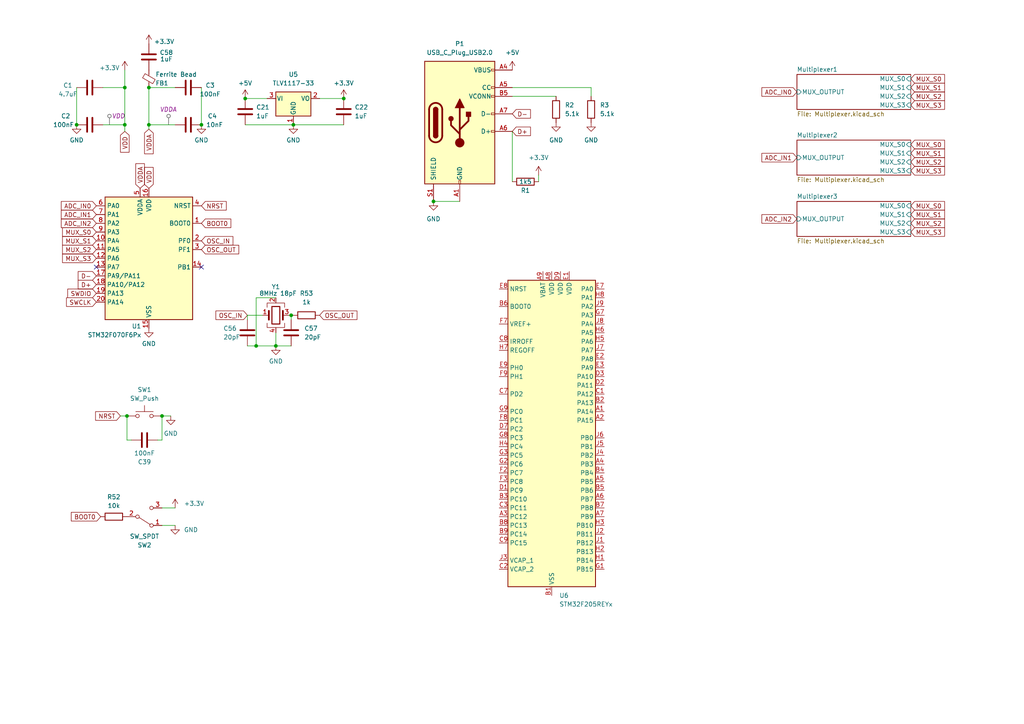
<source format=kicad_sch>
(kicad_sch (version 20230121) (generator eeschema)
  (paper "A4")
  (lib_symbols
    (symbol "Connector:USB_C_Plug_USB2.0" (pin_names (offset 1.016))
      (property "Reference" "P" (at -10.16 19.05 0))
      (property "Value" "USB_C_Plug_USB2.0" (at 12.7 19.05 0))
      (symbol "USB_C_Plug_USB2.0_0_0"
        (rectangle (start -0.254 -17.78) (end 0.254 -16.764))
        (rectangle (start 10.16 -2.286) (end 9.144 -2.794))
        (rectangle (start 10.16 2.794) (end 9.144 2.286))
        (rectangle (start 10.16 7.874) (end 9.144 7.366))
        (rectangle (start 10.16 10.414) (end 9.144 9.906))
        (rectangle (start 10.16 15.494) (end 9.144 14.986))
      )
      (symbol "USB_C_Plug_USB2.0_0_1"
        (rectangle (start -10.16 17.78) (end 10.16 -17.78) (stroke (width 0.254)) (fill (type background)))
        (arc (start -8.89 -3.81) (mid -6.985 -5.7067) (end -5.08 -3.81) (stroke (width 0.508)))
        (arc (start -7.62 -3.81) (mid -6.985 -4.4423) (end -6.35 -3.81) (stroke (width 0.254)))
        (arc (start -7.62 -3.81) (mid -6.985 -4.4423) (end -6.35 -3.81) (stroke (width 0.254)) (fill (type outline)))
        (rectangle (start -7.62 -3.81) (end -6.35 3.81) (stroke (width 0.254)) (fill (type outline)))
        (arc (start -6.35 3.81) (mid -6.985 4.4423) (end -7.62 3.81) (stroke (width 0.254)))
        (arc (start -6.35 3.81) (mid -6.985 4.4423) (end -7.62 3.81) (stroke (width 0.254)) (fill (type outline)))
        (arc (start -5.08 3.81) (mid -6.985 5.7067) (end -8.89 3.81) (stroke (width 0.508)))
        (circle (center -2.54 1.143) (radius 0.635) (stroke (width 0.254)) (fill (type outline)))
        (circle (center 0 -5.842) (radius 1.27) (fill (type outline)))
        (polyline (pts (xy -8.89 -3.81) (xy -8.89 3.81)) (stroke (width 0.508)))
        (polyline (pts (xy -5.08 3.81) (xy -5.08 -3.81)) (stroke (width 0.508)))
        (polyline (pts (xy 0 -5.842) (xy 0 4.318)) (stroke (width 0.508)))
        (polyline (pts (xy 0 -3.302) (xy -2.54 -0.762) (xy -2.54 0.508)) (stroke (width 0.508)))
        (polyline (pts (xy 0 -2.032) (xy 2.54 0.508) (xy 2.54 1.778)) (stroke (width 0.508)))
        (polyline (pts (xy -1.27 4.318) (xy 0 6.858) (xy 1.27 4.318) (xy -1.27 4.318)) (stroke (width 0.254)) (fill (type outline)))
        (rectangle (start 1.905 1.778) (end 3.175 3.048) (stroke (width 0.254)) (fill (type outline)))
      )
      (symbol "USB_C_Plug_USB2.0_1_1"
        (pin passive line (at 0 -22.86 90) (length 5.08) (name "GND") (number "A1"))
        (pin passive line (at 0 -22.86 90) (length 5.08) hide (name "GND") (number "A12"))
        (pin passive line (at 15.24 15.24 180) (length 5.08) (name "VBUS") (number "A4"))
        (pin bidirectional line (at 15.24 10.16 180) (length 5.08) (name "CC") (number "A5"))
        (pin bidirectional line (at 15.24 -2.54 180) (length 5.08) (name "D+") (number "A6"))
        (pin bidirectional line (at 15.24 2.54 180) (length 5.08) (name "D-") (number "A7"))
        (pin passive line (at 15.24 15.24 180) (length 5.08) hide (name "VBUS") (number "A9"))
        (pin passive line (at 0 -22.86 90) (length 5.08) hide (name "GND") (number "B1"))
        (pin passive line (at 0 -22.86 90) (length 5.08) hide (name "GND") (number "B12"))
        (pin passive line (at 15.24 15.24 180) (length 5.08) hide (name "VBUS") (number "B4"))
        (pin bidirectional line (at 15.24 7.62 180) (length 5.08) (name "VCONN") (number "B5"))
        (pin passive line (at 15.24 15.24 180) (length 5.08) hide (name "VBUS") (number "B9"))
        (pin passive line (at -7.62 -22.86 90) (length 5.08) (name "SHIELD") (number "S1"))
      )
    )
    (symbol "Device:C" (pin_numbers hide) (pin_names (offset 0.254))
      (property "Reference" "C" (at 0.635 2.54 0))
      (property "Value" "C" (at 0.635 -2.54 0))
      (symbol "C_0_1"
        (polyline (pts (xy -2.032 -0.762) (xy 2.032 -0.762)) (stroke (width 0.508)))
        (polyline (pts (xy -2.032 0.762) (xy 2.032 0.762)) (stroke (width 0.508)))
      )
      (symbol "C_1_1"
        (pin passive line (at 0 3.81 270) (length 2.794) (name "~") (number "1"))
        (pin passive line (at 0 -3.81 90) (length 2.794) (name "~") (number "2"))
      )
    )
    (symbol "Device:Crystal_GND24" (pin_names (offset 1.016) hide)
      (property "Reference" "Y" (at 3.175 5.08 0))
      (property "Value" "Crystal_GND24" (at 3.175 3.175 0))
      (symbol "Crystal_GND24_0_1"
        (rectangle (start -1.143 2.54) (end 1.143 -2.54) (stroke (width 0.3048)))
        (polyline (pts (xy -2.54 0) (xy -2.032 0)))
        (polyline (pts (xy -2.032 -1.27) (xy -2.032 1.27)) (stroke (width 0.508)))
        (polyline (pts (xy 0 -3.81) (xy 0 -3.556)))
        (polyline (pts (xy 0 3.556) (xy 0 3.81)))
        (polyline (pts (xy 2.032 -1.27) (xy 2.032 1.27)) (stroke (width 0.508)))
        (polyline (pts (xy 2.032 0) (xy 2.54 0)))
        (polyline (pts (xy -2.54 -2.286) (xy -2.54 -3.556) (xy 2.54 -3.556) (xy 2.54 -2.286)))
        (polyline (pts (xy -2.54 2.286) (xy -2.54 3.556) (xy 2.54 3.556) (xy 2.54 2.286)))
      )
      (symbol "Crystal_GND24_1_1"
        (pin passive line (at -3.81 0 0) (length 1.27) (name "1") (number "1"))
        (pin passive line (at 0 5.08 270) (length 1.27) (name "2") (number "2"))
        (pin passive line (at 3.81 0 180) (length 1.27) (name "3") (number "3"))
        (pin passive line (at 0 -5.08 90) (length 1.27) (name "4") (number "4"))
      )
    )
    (symbol "Device:FerriteBead_Small" (pin_numbers hide) (pin_names (offset 0))
      (property "Reference" "FB" (at 1.905 1.27 0))
      (property "Value" "FerriteBead_Small" (at 1.905 -1.27 0))
      (symbol "FerriteBead_Small_0_1"
        (polyline (pts (xy 0 -1.27) (xy 0 -0.7874)))
        (polyline (pts (xy 0 0.889) (xy 0 1.2954)))
        (polyline (pts (xy -1.8288 0.2794) (xy -1.1176 1.4986) (xy 1.8288 -0.2032) (xy 1.1176 -1.4224) (xy -1.8288 0.2794)))
      )
      (symbol "FerriteBead_Small_1_1"
        (pin passive line (at 0 2.54 270) (length 1.27) (name "~") (number "1"))
        (pin passive line (at 0 -2.54 90) (length 1.27) (name "~") (number "2"))
      )
    )
    (symbol "Device:R" (pin_numbers hide) (pin_names (offset 0))
      (property "Reference" "R" (at 2.032 0 90))
      (property "Value" "R" (at 0 0 90))
      (symbol "R_0_1"
        (rectangle (start -1.016 -2.54) (end 1.016 2.54) (stroke (width 0.254)))
      )
      (symbol "R_1_1"
        (pin passive line (at 0 3.81 270) (length 1.27) (name "~") (number "1"))
        (pin passive line (at 0 -3.81 90) (length 1.27) (name "~") (number "2"))
      )
    )
    (symbol "MCU_ST_STM32F0:STM32F070F6Px"
      (property "Reference" "U" (at -12.7 19.05 0))
      (property "Value" "STM32F070F6Px" (at 5.08 19.05 0))
      (symbol "STM32F070F6Px_0_1"
        (rectangle (start -12.7 -17.78) (end 12.7 17.78) (stroke (width 0.254)) (fill (type background)))
      )
      (symbol "STM32F070F6Px_1_1"
        (pin input line (at -15.24 10.16 0) (length 2.54) (name "BOOT0") (number "1"))
        (pin bidirectional line (at 15.24 5.08 180) (length 2.54) (name "PA4") (number "10"))
        (pin bidirectional line (at 15.24 2.54 180) (length 2.54) (name "PA5") (number "11"))
        (pin bidirectional line (at 15.24 0 180) (length 2.54) (name "PA6") (number "12"))
        (pin bidirectional line (at 15.24 -2.54 180) (length 2.54) (name "PA7") (number "13"))
        (pin bidirectional line (at -15.24 -2.54 0) (length 2.54) (name "PB1") (number "14"))
        (pin power_in line (at 0 -20.32 90) (length 2.54) (name "VSS") (number "15"))
        (pin power_in line (at 0 20.32 270) (length 2.54) (name "VDD") (number "16"))
        (pin bidirectional line (at 15.24 -5.08 180) (length 2.54) (name "PA9/PA11") (number "17"))
        (pin bidirectional line (at 15.24 -7.62 180) (length 2.54) (name "PA10/PA12") (number "18"))
        (pin bidirectional line (at 15.24 -10.16 180) (length 2.54) (name "PA13") (number "19"))
        (pin bidirectional line (at -15.24 5.08 0) (length 2.54) (name "PF0") (number "2"))
        (pin bidirectional line (at 15.24 -12.7 180) (length 2.54) (name "PA14") (number "20"))
        (pin bidirectional line (at -15.24 2.54 0) (length 2.54) (name "PF1") (number "3"))
        (pin input line (at -15.24 15.24 0) (length 2.54) (name "NRST") (number "4"))
        (pin power_in line (at 2.54 20.32 270) (length 2.54) (name "VDDA") (number "5"))
        (pin bidirectional line (at 15.24 15.24 180) (length 2.54) (name "PA0") (number "6"))
        (pin bidirectional line (at 15.24 12.7 180) (length 2.54) (name "PA1") (number "7"))
        (pin bidirectional line (at 15.24 10.16 180) (length 2.54) (name "PA2") (number "8"))
        (pin bidirectional line (at 15.24 7.62 180) (length 2.54) (name "PA3") (number "9"))
      )
    )
    (symbol "MCU_ST_STM32F2:STM32F205REYx"
      (property "Reference" "U" (at -12.7 46.99 0))
      (property "Value" "STM32F205REYx" (at 7.62 46.99 0))
      (symbol "STM32F205REYx_0_1"
        (rectangle (start -12.7 -43.18) (end 12.7 45.72) (stroke (width 0.254)) (fill (type background)))
      )
      (symbol "STM32F205REYx_1_1"
        (pin bidirectional line (at 15.24 7.62 180) (length 2.54) (name "PA14") (number "A1"))
        (pin bidirectional line (at 15.24 5.08 180) (length 2.54) (name "PA15") (number "A2"))
        (pin bidirectional line (at -15.24 -22.86 0) (length 2.54) (name "PC12") (number "A3"))
        (pin bidirectional line (at 15.24 -7.62 180) (length 2.54) (name "PB3") (number "A4"))
        (pin bidirectional line (at 15.24 -12.7 180) (length 2.54) (name "PB5") (number "A5"))
        (pin bidirectional line (at 15.24 -17.78 180) (length 2.54) (name "PB7") (number "A6"))
        (pin bidirectional line (at 15.24 -22.86 180) (length 2.54) (name "PB9") (number "A7"))
        (pin power_in line (at 0 48.26 270) (length 2.54) (name "VDD") (number "A8"))
        (pin power_in line (at -2.54 48.26 270) (length 2.54) (name "VBAT") (number "A9"))
        (pin power_in line (at 0 -45.72 90) (length 2.54) (name "VSS") (number "B1"))
        (pin bidirectional line (at 15.24 10.16 180) (length 2.54) (name "PA13") (number "B2"))
        (pin bidirectional line (at -15.24 -17.78 0) (length 2.54) (name "PC10") (number "B3"))
        (pin bidirectional line (at 15.24 -10.16 180) (length 2.54) (name "PB4") (number "B4"))
        (pin bidirectional line (at 15.24 -15.24 180) (length 2.54) (name "PB6") (number "B5"))
        (pin input line (at -15.24 38.1 0) (length 2.54) (name "BOOT0") (number "B6"))
        (pin bidirectional line (at 15.24 -20.32 180) (length 2.54) (name "PB8") (number "B7"))
        (pin bidirectional line (at -15.24 -25.4 0) (length 2.54) (name "PC13") (number "B8"))
        (pin bidirectional line (at -15.24 -27.94 0) (length 2.54) (name "PC14") (number "B9"))
        (pin bidirectional line (at 15.24 12.7 180) (length 2.54) (name "PA12") (number "C1"))
        (pin power_out line (at -15.24 -38.1 0) (length 2.54) (name "VCAP_2") (number "C2"))
        (pin bidirectional line (at -15.24 -20.32 0) (length 2.54) (name "PC11") (number "C3"))
        (pin bidirectional line (at -15.24 12.7 0) (length 2.54) (name "PD2") (number "C7"))
        (pin input line (at -15.24 27.94 0) (length 2.54) (name "IRROFF") (number "C8"))
        (pin bidirectional line (at -15.24 -30.48 0) (length 2.54) (name "PC15") (number "C9"))
        (pin bidirectional line (at -15.24 -15.24 0) (length 2.54) (name "PC9") (number "D1"))
        (pin bidirectional line (at 15.24 15.24 180) (length 2.54) (name "PA11") (number "D2"))
        (pin bidirectional line (at 15.24 17.78 180) (length 2.54) (name "PA10") (number "D3"))
        (pin bidirectional line (at -15.24 2.54 0) (length 2.54) (name "PC2") (number "D7"))
        (pin passive line (at 0 -45.72 90) (length 2.54) hide (name "VSS") (number "D8"))
        (pin power_in line (at 2.54 48.26 270) (length 2.54) (name "VDD") (number "D9"))
        (pin power_in line (at 5.08 48.26 270) (length 2.54) (name "VDD") (number "E1"))
        (pin bidirectional line (at 15.24 22.86 180) (length 2.54) (name "PA8") (number "E2"))
        (pin bidirectional line (at 15.24 20.32 180) (length 2.54) (name "PA9") (number "E3"))
        (pin bidirectional line (at 15.24 43.18 180) (length 2.54) (name "PA0") (number "E7"))
        (pin input line (at -15.24 43.18 0) (length 2.54) (name "NRST") (number "E8"))
        (pin bidirectional line (at -15.24 20.32 0) (length 2.54) (name "PH0") (number "E9"))
        (pin passive line (at 0 -45.72 90) (length 2.54) hide (name "VSS") (number "F1"))
        (pin bidirectional line (at -15.24 -10.16 0) (length 2.54) (name "PC7") (number "F2"))
        (pin bidirectional line (at -15.24 -12.7 0) (length 2.54) (name "PC8") (number "F3"))
        (pin input line (at -15.24 33.02 0) (length 2.54) (name "VREF+") (number "F7"))
        (pin bidirectional line (at -15.24 5.08 0) (length 2.54) (name "PC1") (number "F8"))
        (pin bidirectional line (at -15.24 17.78 0) (length 2.54) (name "PH1") (number "F9"))
        (pin bidirectional line (at 15.24 -38.1 180) (length 2.54) (name "PB15") (number "G1"))
        (pin bidirectional line (at -15.24 -7.62 0) (length 2.54) (name "PC6") (number "G2"))
        (pin bidirectional line (at -15.24 -5.08 0) (length 2.54) (name "PC5") (number "G3"))
        (pin bidirectional line (at 15.24 35.56 180) (length 2.54) (name "PA3") (number "G7"))
        (pin bidirectional line (at -15.24 0 0) (length 2.54) (name "PC3") (number "G8"))
        (pin bidirectional line (at -15.24 7.62 0) (length 2.54) (name "PC0") (number "G9"))
        (pin bidirectional line (at 15.24 -35.56 180) (length 2.54) (name "PB14") (number "H1"))
        (pin bidirectional line (at 15.24 -33.02 180) (length 2.54) (name "PB13") (number "H2"))
        (pin bidirectional line (at 15.24 -25.4 180) (length 2.54) (name "PB10") (number "H3"))
        (pin bidirectional line (at -15.24 -2.54 0) (length 2.54) (name "PC4") (number "H4"))
        (pin bidirectional line (at 15.24 27.94 180) (length 2.54) (name "PA6") (number "H5"))
        (pin bidirectional line (at 15.24 30.48 180) (length 2.54) (name "PA5") (number "H6"))
        (pin input line (at -15.24 25.4 0) (length 2.54) (name "REGOFF") (number "H7"))
        (pin bidirectional line (at 15.24 40.64 180) (length 2.54) (name "PA1") (number "H8"))
        (pin passive line (at 0 -45.72 90) (length 2.54) hide (name "VSS") (number "H9"))
        (pin bidirectional line (at 15.24 -30.48 180) (length 2.54) (name "PB12") (number "J1"))
        (pin bidirectional line (at 15.24 -27.94 180) (length 2.54) (name "PB11") (number "J2"))
        (pin power_out line (at -15.24 -35.56 0) (length 2.54) (name "VCAP_1") (number "J3"))
        (pin bidirectional line (at 15.24 -5.08 180) (length 2.54) (name "PB2") (number "J4"))
        (pin bidirectional line (at 15.24 -2.54 180) (length 2.54) (name "PB1") (number "J5"))
        (pin bidirectional line (at 15.24 0 180) (length 2.54) (name "PB0") (number "J6"))
        (pin bidirectional line (at 15.24 25.4 180) (length 2.54) (name "PA7") (number "J7"))
        (pin bidirectional line (at 15.24 33.02 180) (length 2.54) (name "PA4") (number "J8"))
        (pin bidirectional line (at 15.24 38.1 180) (length 2.54) (name "PA2") (number "J9"))
      )
    )
    (symbol "Regulator_Linear:TLV1117-33" (pin_names (offset 0.254))
      (property "Reference" "U" (at -3.81 3.175 0))
      (property "Value" "TLV1117-33" (at 0 3.175 0))
      (symbol "TLV1117-33_0_1"
        (rectangle (start -5.08 -5.08) (end 5.08 1.905) (stroke (width 0.254)) (fill (type background)))
      )
      (symbol "TLV1117-33_1_1"
        (pin power_in line (at 0 -7.62 90) (length 2.54) (name "GND") (number "1"))
        (pin power_out line (at 7.62 0 180) (length 2.54) (name "VO") (number "2"))
        (pin power_in line (at -7.62 0 0) (length 2.54) (name "VI") (number "3"))
      )
    )
    (symbol "Switch:SW_Push" (pin_numbers hide) (pin_names (offset 1.016) hide)
      (property "Reference" "SW" (at 1.27 2.54 0))
      (property "Value" "SW_Push" (at 0 -1.524 0))
      (symbol "SW_Push_0_1"
        (circle (center -2.032 0) (radius 0.508))
        (polyline (pts (xy 0 1.27) (xy 0 3.048)))
        (polyline (pts (xy 2.54 1.27) (xy -2.54 1.27)))
        (circle (center 2.032 0) (radius 0.508))
        (pin passive line (at -5.08 0 0) (length 2.54) (name "1") (number "1"))
        (pin passive line (at 5.08 0 180) (length 2.54) (name "2") (number "2"))
      )
    )
    (symbol "Switch:SW_SPDT" (pin_names (offset 0) hide)
      (property "Reference" "SW" (at 0 4.318 0))
      (property "Value" "SW_SPDT" (at 0 -5.08 0))
      (symbol "SW_SPDT_0_0"
        (circle (center -2.032 0) (radius 0.508))
        (circle (center 2.032 -2.54) (radius 0.508))
      )
      (symbol "SW_SPDT_0_1"
        (polyline (pts (xy -1.524 0.254) (xy 1.651 2.286)))
        (circle (center 2.032 2.54) (radius 0.508))
      )
      (symbol "SW_SPDT_1_1"
        (pin passive line (at 5.08 2.54 180) (length 2.54) (name "A") (number "1"))
        (pin passive line (at -5.08 0 0) (length 2.54) (name "B") (number "2"))
        (pin passive line (at 5.08 -2.54 180) (length 2.54) (name "C") (number "3"))
      )
    )
    (symbol "power:+3.3V" (power) (pin_names (offset 0))
      (property "Value" "+3.3V" (at 0 3.556 0))
      (symbol "+3.3V_0_1"
        (polyline (pts (xy -0.762 1.27) (xy 0 2.54)))
        (polyline (pts (xy 0 0) (xy 0 2.54)))
        (polyline (pts (xy 0 2.54) (xy 0.762 1.27)))
      )
      (symbol "+3.3V_1_1"
        (pin power_in line (at 0 0 90) (length 0) hide (name "+3.3V") (number "1"))
      )
    )
    (symbol "power:+5V" (power) (pin_names (offset 0))
      (property "Value" "+5V" (at 0 3.556 0))
      (symbol "+5V_0_1"
        (polyline (pts (xy -0.762 1.27) (xy 0 2.54)))
        (polyline (pts (xy 0 0) (xy 0 2.54)))
        (polyline (pts (xy 0 2.54) (xy 0.762 1.27)))
      )
      (symbol "+5V_1_1"
        (pin power_in line (at 0 0 90) (length 0) hide (name "+5V") (number "1"))
      )
    )
    (symbol "power:GND" (power) (pin_names (offset 0))
      (property "Value" "GND" (at 0 -3.81 0))
      (symbol "GND_0_1"
        (polyline (pts (xy 0 0) (xy 0 -1.27) (xy 1.27 -1.27) (xy 0 -2.54) (xy -1.27 -1.27) (xy 0 -1.27)))
      )
      (symbol "GND_1_1"
        (pin power_in line (at 0 0 270) (length 0) hide (name "GND") (number "1"))
      )
    )
  )
  (junction (at 85.09 36.195))
  (junction (at 71.12 28.575))
  (junction (at 43.18 36.195))
  (junction (at 22.225 36.195))
  (junction (at 58.42 36.195))
  (junction (at 84.455 91.44))
  (junction (at 125.73 58.42))
  (junction (at 43.18 25.4))
  (junction (at 36.83 120.65))
  (junction (at 36.195 25.4))
  (junction (at 74.295 100.33))
  (junction (at 99.695 28.575))
  (junction (at 36.195 36.195))
  (junction (at 80.01 100.33))
  (junction (at 46.99 120.65))
  (no_connect (at 27.94 77.47))
  (no_connect (at 58.42 77.47))
  (wire (pts (xy 36.195 36.195) (xy 36.195 38.1)))
  (wire (pts (xy 46.99 120.65) (xy 49.53 120.65)))
  (wire (pts (xy 84.455 91.44) (xy 84.455 92.71)))
  (wire (pts (xy 71.755 92.71) (xy 71.755 91.44)))
  (wire (pts (xy 84.455 91.44) (xy 85.09 91.44)))
  (wire (pts (xy 34.925 120.65) (xy 36.83 120.65)))
  (wire (pts (xy 29.845 25.4) (xy 36.195 25.4)))
  (wire (pts (xy 80.01 86.36) (xy 74.295 86.36)))
  (wire (pts (xy 71.755 100.33) (xy 74.295 100.33)))
  (wire (pts (xy 156.21 50.8) (xy 156.21 52.705)))
  (wire (pts (xy 84.455 91.44) (xy 83.82 91.44)))
  (wire (pts (xy 38.1 127.635) (xy 36.83 127.635)))
  (wire (pts (xy 148.59 25.4) (xy 171.45 25.4)))
  (wire (pts (xy 74.295 86.36) (xy 74.295 100.33)))
  (wire (pts (xy 43.18 25.4) (xy 50.8 25.4)))
  (wire (pts (xy 74.295 100.33) (xy 80.01 100.33)))
  (wire (pts (xy 36.195 20.32) (xy 36.195 25.4)))
  (wire (pts (xy 171.45 27.94) (xy 171.45 25.4)))
  (wire (pts (xy 71.12 36.195) (xy 85.09 36.195)))
  (wire (pts (xy 71.12 28.575) (xy 77.47 28.575)))
  (wire (pts (xy 45.72 127.635) (xy 46.99 127.635)))
  (wire (pts (xy 46.99 147.32) (xy 50.8 147.32)))
  (wire (pts (xy 125.73 58.42) (xy 133.35 58.42)))
  (wire (pts (xy 43.18 36.195) (xy 50.8 36.195)))
  (wire (pts (xy 36.195 36.195) (xy 29.845 36.195)))
  (wire (pts (xy 43.18 36.195) (xy 43.18 37.465)))
  (wire (pts (xy 85.09 36.195) (xy 99.695 36.195)))
  (wire (pts (xy 36.83 120.65) (xy 36.83 127.635)))
  (wire (pts (xy 46.99 120.65) (xy 46.99 127.635)))
  (wire (pts (xy 46.99 152.4) (xy 50.8 152.4)))
  (wire (pts (xy 22.225 25.4) (xy 22.225 36.195)))
  (wire (pts (xy 84.455 100.33) (xy 80.01 100.33)))
  (wire (pts (xy 43.18 25.4) (xy 43.18 36.195)))
  (wire (pts (xy 92.71 28.575) (xy 99.695 28.575)))
  (wire (pts (xy 148.59 27.94) (xy 161.29 27.94)))
  (wire (pts (xy 71.755 91.44) (xy 76.2 91.44)))
  (wire (pts (xy 148.59 38.1) (xy 148.59 52.705)))
  (wire (pts (xy 80.01 96.52) (xy 80.01 100.33)))
  (wire (pts (xy 36.195 25.4) (xy 36.195 36.195)))
  (wire (pts (xy 58.42 25.4) (xy 58.42 36.195)))
  (text "Planning on breaking out the SWCLK/SWDIO pins \nto just SMD pads and holding wires down to them\nin order to flash/debug" (at -51.435 90.17 0) (effects (font (size 1.27 1.27)) (justify left bottom)))
  (global_label "OSC_IN" (shape input) (at 58.42 69.85 0) (property "Intersheetrefs" "${INTERSHEET_REFS}" (effects hide)))
  (global_label "MUX_S2" (shape input) (at 264.16 64.77 0) (property "Intersheetrefs" "${INTERSHEET_REFS}" (effects hide)))
  (global_label "MUX_S3" (shape input) (at 264.16 49.53 0) (property "Intersheetrefs" "${INTERSHEET_REFS}" (effects hide)))
  (global_label "MUX_S0" (shape input) (at 264.16 41.91 0) (property "Intersheetrefs" "${INTERSHEET_REFS}" (effects hide)))
  (global_label "MUX_S3" (shape input) (at 264.16 67.31 0) (property "Intersheetrefs" "${INTERSHEET_REFS}" (effects hide)))
  (global_label "MUX_S3" (shape input) (at 264.16 30.48 0) (property "Intersheetrefs" "${INTERSHEET_REFS}" (effects hide)))
  (global_label "VDDA" (shape input) (at 40.64 54.61 90) (property "Intersheetrefs" "${INTERSHEET_REFS}" (effects hide)))
  (global_label "VDDA" (shape input) (at 43.18 37.465 270) (property "Intersheetrefs" "${INTERSHEET_REFS}" (effects hide)))
  (global_label "OSC_OUT" (shape input) (at 92.71 91.44 0) (property "Intersheetrefs" "${INTERSHEET_REFS}" (effects hide)))
  (global_label "MUX_S2" (shape input) (at 27.94 72.39 180) (property "Intersheetrefs" "${INTERSHEET_REFS}" (effects hide)))
  (global_label "MUX_S1" (shape input) (at 264.16 44.45 0) (property "Intersheetrefs" "${INTERSHEET_REFS}" (effects hide)))
  (global_label "SWDIO" (shape input) (at 27.94 85.09 180) (property "Intersheetrefs" "${INTERSHEET_REFS}" (effects hide)))
  (global_label "SWCLK" (shape input) (at 27.94 87.63 180) (property "Intersheetrefs" "${INTERSHEET_REFS}" (effects hide)))
  (global_label "BOOT0" (shape input) (at 58.42 64.77 0) (property "Intersheetrefs" "${INTERSHEET_REFS}" (effects hide)))
  (global_label "MUX_S2" (shape input) (at 264.16 46.99 0) (property "Intersheetrefs" "${INTERSHEET_REFS}" (effects hide)))
  (global_label "MUX_S0" (shape input) (at 264.16 59.69 0) (property "Intersheetrefs" "${INTERSHEET_REFS}" (effects hide)))
  (global_label "MUX_S0" (shape input) (at 264.16 22.86 0) (property "Intersheetrefs" "${INTERSHEET_REFS}" (effects hide)))
  (global_label "MUX_S1" (shape input) (at 27.94 69.85 180) (property "Intersheetrefs" "${INTERSHEET_REFS}" (effects hide)))
  (global_label "ADC_IN1" (shape input) (at 231.14 45.72 180) (property "Intersheetrefs" "${INTERSHEET_REFS}" (effects hide)))
  (global_label "NRST" (shape input) (at 58.42 59.69 0) (property "Intersheetrefs" "${INTERSHEET_REFS}" (effects hide)))
  (global_label "OSC_IN" (shape input) (at 71.755 91.44 180) (property "Intersheetrefs" "${INTERSHEET_REFS}" (effects hide)))
  (global_label "MUX_S1" (shape input) (at 264.16 25.4 0) (property "Intersheetrefs" "${INTERSHEET_REFS}" (effects hide)))
  (global_label "ADC_IN0" (shape input) (at 27.94 59.69 180) (property "Intersheetrefs" "${INTERSHEET_REFS}" (effects hide)))
  (global_label "D+" (shape input) (at 148.59 38.1 0) (property "Intersheetrefs" "${INTERSHEET_REFS}" (effects hide)))
  (global_label "D-" (shape input) (at 27.94 80.01 180) (property "Intersheetrefs" "${INTERSHEET_REFS}" (effects hide)))
  (global_label "MUX_S3" (shape input) (at 27.94 74.93 180) (property "Intersheetrefs" "${INTERSHEET_REFS}" (effects hide)))
  (global_label "ADC_IN1" (shape input) (at 27.94 62.23 180) (property "Intersheetrefs" "${INTERSHEET_REFS}" (effects hide)))
  (global_label "D+" (shape input) (at 27.94 82.55 180) (property "Intersheetrefs" "${INTERSHEET_REFS}" (effects hide)))
  (global_label "ADC_IN2" (shape input) (at 27.94 64.77 180) (property "Intersheetrefs" "${INTERSHEET_REFS}" (effects hide)))
  (global_label "ADC_IN0" (shape input) (at 231.14 26.67 180) (property "Intersheetrefs" "${INTERSHEET_REFS}" (effects hide)))
  (global_label "MUX_S1" (shape input) (at 264.16 62.23 0) (property "Intersheetrefs" "${INTERSHEET_REFS}" (effects hide)))
  (global_label "VDD" (shape input) (at 36.195 38.1 270) (property "Intersheetrefs" "${INTERSHEET_REFS}" (effects hide)))
  (global_label "VDD" (shape input) (at 43.18 54.61 90) (property "Intersheetrefs" "${INTERSHEET_REFS}" (effects hide)))
  (global_label "OSC_OUT" (shape input) (at 58.42 72.39 0) (property "Intersheetrefs" "${INTERSHEET_REFS}" (effects hide)))
  (global_label "MUX_S2" (shape input) (at 264.16 27.94 0) (property "Intersheetrefs" "${INTERSHEET_REFS}" (effects hide)))
  (global_label "NRST" (shape input) (at 34.925 120.65 180) (property "Intersheetrefs" "${INTERSHEET_REFS}" (effects hide)))
  (global_label "BOOT0" (shape input) (at 29.21 149.86 180) (property "Intersheetrefs" "${INTERSHEET_REFS}" (effects hide)))
  (global_label "ADC_IN2" (shape input) (at 231.14 63.5 180) (property "Intersheetrefs" "${INTERSHEET_REFS}" (effects hide)))
  (global_label "D-" (shape input) (at 148.59 33.02 0) (property "Intersheetrefs" "${INTERSHEET_REFS}" (effects hide)))
  (global_label "MUX_S0" (shape input) (at 27.94 67.31 180) (property "Intersheetrefs" "${INTERSHEET_REFS}" (effects hide)))
  (netclass_flag "" (length 2.54) (shape round) (at 31.75 36.195 0) (property "Netclass" "VDD" (at 32.4485 33.655 0) (effects (font italic) (justify left))))
  (netclass_flag "" (length 2.54) (shape round) (at 48.895 36.195 0) (property "Netclass" "VDDA" (at 46.355 31.75 0) (effects (font italic) (justify left))))
  (symbol (lib_id "Device:C") (at 71.755 96.52 0) (unit 1)
    (property "Reference" "C56" (at 64.77 95.25 0) (effects (justify left)))
    (property "Value" "20pF" (at 64.77 97.79 0) (effects (justify left)))
  )
  (symbol (lib_id "Device:R") (at 161.29 31.75 0) (unit 1)
    (property "Reference" "R2" (at 163.83 30.48 0) (effects (justify left)))
    (property "Value" "5.1k" (at 163.83 33.02 0) (effects (justify left)))
    (property "Footprint" "Resistor_SMD:R_0603_1608Metric_Pad0.98x0.95mm_HandSolder" (effects hide))
  )
  (symbol (lib_id "Device:C") (at 71.12 32.385 0) (unit 1)
    (property "Reference" "C21" (at 74.295 31.115 0) (effects (justify left)))
    (property "Value" "1uF" (at 74.295 33.655 0) (effects (justify left)))
  )
  (symbol (lib_id "Device:C") (at 26.035 36.195 270) (unit 1)
    (property "Reference" "C2" (at 19.05 33.655 90))
    (property "Value" "100nF" (at 18.415 36.195 90))
  )
  (symbol (lib_id "power:GND") (at 22.225 36.195 0) (unit 1)
    (property "Reference" "#PWR01" (effects hide))
    (property "Value" "GND" (at 22.225 40.64 0))
  )
  (symbol (lib_id "power:+3.3V") (at 50.8 147.32 0) (unit 1)
    (property "Reference" "#PWR0164" (effects hide))
    (property "Value" "+3.3V" (at 53.34 146.05 0) (effects (justify left)))
  )
  (symbol (lib_id "Switch:SW_Push") (at 41.91 120.65 0) (unit 1)
    (property "Reference" "SW1" (at 41.91 113.03 0))
    (property "Value" "SW_Push" (at 41.91 115.57 0))
  )
  (symbol (lib_id "Device:C") (at 84.455 96.52 0) (unit 1)
    (property "Reference" "C57" (at 88.265 95.25 0) (effects (justify left)))
    (property "Value" "20pF" (at 88.265 97.79 0) (effects (justify left)))
  )
  (symbol (lib_id "power:+3.3V") (at 156.21 50.8 0) (unit 1)
    (property "Reference" "#PWR07" (effects hide))
    (property "Value" "+3.3V" (at 156.21 45.72 0))
  )
  (symbol (lib_id "Device:R") (at 33.02 149.86 90) (unit 1)
    (property "Reference" "R52" (at 33.02 144.145 90))
    (property "Value" "10k" (at 33.02 146.685 90))
  )
  (symbol (lib_id "power:GND") (at 80.01 100.33 0) (unit 1)
    (property "Reference" "#PWR0167" (effects hide))
    (property "Value" "GND" (at 80.01 104.775 0))
  )
  (symbol (lib_id "Device:Crystal_GND24") (at 80.01 91.44 0) (unit 1)
    (property "Reference" "Y1" (at 80.01 83.185 0))
    (property "Value" "8MHz 18pF" (at 80.645 85.09 0))
  )
  (symbol (lib_id "power:GND") (at 49.53 120.65 0) (unit 1)
    (property "Reference" "#PWR0163" (effects hide))
    (property "Value" "GND" (at 49.53 125.73 0))
  )
  (symbol (lib_id "Device:C") (at 41.91 127.635 90) (unit 1)
    (property "Reference" "C39" (at 41.91 133.985 90))
    (property "Value" "100nF" (at 41.91 131.445 90))
  )
  (symbol (lib_id "Device:R") (at 171.45 31.75 0) (unit 1)
    (property "Reference" "R3" (at 173.99 30.48 0) (effects (justify left)))
    (property "Value" "5.1k" (at 173.99 33.02 0) (effects (justify left)))
    (property "Footprint" "Resistor_SMD:R_0603_1608Metric_Pad0.98x0.95mm_HandSolder" (effects hide))
  )
  (symbol (lib_id "power:GND") (at 50.8 152.4 0) (unit 1)
    (property "Reference" "#PWR0165" (effects hide))
    (property "Value" "GND" (at 53.34 153.67 0) (effects (justify left)))
  )
  (symbol (lib_id "Device:C") (at 54.61 25.4 90) (mirror x) (unit 1)
    (property "Reference" "C3" (at 60.96 24.765 90))
    (property "Value" "100nF" (at 60.96 27.305 90))
  )
  (symbol (lib_id "power:GND") (at 171.45 35.56 0) (unit 1)
    (property "Reference" "#PWR09" (effects hide))
    (property "Value" "GND" (at 171.45 40.64 0))
  )
  (symbol (lib_id "Device:C") (at 99.695 32.385 0) (unit 1)
    (property "Reference" "C22" (at 102.87 31.115 0) (effects (justify left)))
    (property "Value" "1uF" (at 102.87 33.655 0) (effects (justify left)))
  )
  (symbol (lib_id "power:+5V") (at 71.12 28.575 0) (unit 1)
    (property "Reference" "#PWR059" (effects hide))
    (property "Value" "+5V" (at 71.12 24.13 0))
  )
  (symbol (lib_id "Connector:USB_C_Plug_USB2.0") (at 133.35 35.56 0) (unit 1)
    (property "Reference" "P1" (at 133.35 12.7 0))
    (property "Value" "USB_C_Plug_USB2.0" (at 133.35 15.24 0))
    (property "Footprint" "Connector_USB:USB_C_Receptacle_HRO_TYPE-C-31-M-12" (effects hide))
    (property "Datasheet" "https://www.usb.org/sites/default/files/documents/usb_type-c.zip" (effects hide))
  )
  (symbol (lib_id "Device:R") (at 152.4 52.705 90) (unit 1)
    (property "Reference" "R1" (at 152.4 55.245 90))
    (property "Value" "1k5" (at 152.4 52.705 90))
    (property "Footprint" "Resistor_SMD:R_0603_1608Metric_Pad0.98x0.95mm_HandSolder" (effects hide))
  )
  (symbol (lib_id "power:GND") (at 58.42 36.195 0) (unit 1)
    (property "Reference" "#PWR0166" (effects hide))
    (property "Value" "GND" (at 58.42 40.64 0))
  )
  (symbol (lib_id "MCU_ST_STM32F2:STM32F205REYx") (at 160.02 127 0) (unit 1)
    (property "Reference" "U6" (at 162.2141 172.72 0) (effects (justify left)))
    (property "Value" "STM32F205REYx" (at 162.2141 175.26 0) (effects (justify left)))
    (property "Footprint" "Package_CSP:ST_WLCSP-66_Die411" (effects hide))
    (property "Datasheet" "https://www.st.com/resource/en/datasheet/stm32f205re.pdf" (effects hide))
  )
  (symbol (lib_id "power:GND") (at 85.09 36.195 0) (unit 1)
    (property "Reference" "#PWR0112" (effects hide))
    (property "Value" "GND" (at 85.09 40.64 0))
  )
  (symbol (lib_id "Device:C") (at 26.035 25.4 270) (unit 1)
    (property "Reference" "C1" (at 19.685 24.765 90))
    (property "Value" "4.7uF" (at 19.685 27.305 90))
  )
  (symbol (lib_id "power:GND") (at 125.73 58.42 0) (unit 1)
    (property "Reference" "#PWR05" (effects hide))
    (property "Value" "GND" (at 125.73 63.5 0))
  )
  (symbol (lib_id "Device:FerriteBead_Small") (at 43.18 22.86 0) (unit 1)
    (property "Reference" "FB1" (at 45.085 24.13 0) (effects (justify left)))
    (property "Value" "Ferrite Bead" (at 45.085 21.59 0) (effects (justify left)))
  )
  (symbol (lib_id "Regulator_Linear:TLV1117-33") (at 85.09 28.575 0) (unit 1)
    (property "Reference" "U5" (at 85.09 21.59 0))
    (property "Value" "TLV1117-33" (at 85.09 24.13 0))
    (property "Datasheet" "http://www.ti.com/lit/ds/symlink/tlv1117.pdf" (effects hide))
  )
  (symbol (lib_id "Device:R") (at 88.9 91.44 90) (unit 1)
    (property "Reference" "R53" (at 88.9 85.09 90))
    (property "Value" "1k" (at 88.9 87.63 90))
  )
  (symbol (lib_id "Device:C") (at 54.61 36.195 90) (mirror x) (unit 1)
    (property "Reference" "C4" (at 61.595 33.655 90))
    (property "Value" "10nF" (at 62.23 36.195 90))
  )
  (symbol (lib_id "power:+3.3V") (at 43.18 12.7 0) (mirror y) (unit 1)
    (property "Reference" "#PWR03" (effects hide))
    (property "Value" "+3.3V" (at 47.625 12.065 0))
  )
  (symbol (lib_id "power:+3.3V") (at 99.695 28.575 0) (unit 1)
    (property "Reference" "#PWR061" (effects hide))
    (property "Value" "+3.3V" (at 99.695 24.13 0))
  )
  (symbol (lib_id "Switch:SW_SPDT") (at 41.91 149.86 0) (mirror x) (unit 1)
    (property "Reference" "SW2" (at 41.91 158.115 0))
    (property "Value" "SW_SPDT" (at 41.91 155.575 0))
  )
  (symbol (lib_id "power:+5V") (at 148.59 20.32 0) (unit 1)
    (property "Reference" "#PWR06" (effects hide))
    (property "Value" "+5V" (at 148.59 15.24 0))
  )
  (symbol (lib_id "MCU_ST_STM32F0:STM32F070F6Px") (at 43.18 74.93 0) (mirror y) (unit 1)
    (property "Reference" "U1" (at 40.9859 94.615 0) (effects (justify left)))
    (property "Value" "STM32F070F6Px" (at 40.9859 97.155 0) (effects (justify left)))
    (property "Footprint" "Package_SO:TSSOP-20_4.4x6.5mm_P0.65mm" (effects hide))
    (property "Datasheet" "https://www.st.com/resource/en/datasheet/stm32f070f6.pdf" (effects hide))
  )
  (symbol (lib_id "power:GND") (at 161.29 35.56 0) (unit 1)
    (property "Reference" "#PWR08" (effects hide))
    (property "Value" "GND" (at 161.29 40.64 0))
  )
  (symbol (lib_id "power:+3.3V") (at 36.195 20.32 0) (unit 1)
    (property "Reference" "#PWR02" (effects hide))
    (property "Value" "+3.3V" (at 31.75 19.685 0))
  )
  (symbol (lib_id "Device:C") (at 43.18 16.51 0) (mirror x) (unit 1)
    (property "Reference" "C58" (at 48.26 15.24 0))
    (property "Value" "1uF" (at 48.26 17.145 0))
  )
  (symbol (lib_id "power:GND") (at 43.18 95.25 0) (mirror y) (unit 1)
    (property "Reference" "#PWR04" (effects hide))
    (property "Value" "GND" (at 43.18 99.695 0))
  )
  (sheet (at 231.14 40.64) (size 33.02 10.16) (stroke (width 0.1524))
    (property "Sheetname" "Multiplexer2" (at 231.14 39.9284 0) (effects (justify left bottom)))
    (property "Sheetfile" "Multiplexer.kicad_sch" (at 231.14 51.3846 0) (effects (justify left top)))
    (pin "MUX_S1" input (at 264.16 44.45 0))
    (pin "MUX_OUTPUT" input (at 231.14 45.72 180))
    (pin "MUX_S2" input (at 264.16 46.99 0))
    (pin "MUX_S0" input (at 264.16 41.91 0))
    (pin "MUX_S3" input (at 264.16 49.53 0))
  )
  (sheet (at 231.14 21.59) (size 33.02 10.16) (stroke (width 0.1524))
    (property "Sheetname" "Multiplexer1" (at 231.14 20.8784 0) (effects (justify left bottom)))
    (property "Sheetfile" "Multiplexer.kicad_sch" (at 231.14 32.3346 0) (effects (justify left top)))
    (pin "MUX_S1" input (at 264.16 25.4 0))
    (pin "MUX_OUTPUT" input (at 231.14 26.67 180))
    (pin "MUX_S2" input (at 264.16 27.94 0))
    (pin "MUX_S0" input (at 264.16 22.86 0))
    (pin "MUX_S3" input (at 264.16 30.48 0))
  )
  (sheet (at 231.14 58.42) (size 33.02 10.16) (stroke (width 0.1524))
    (property "Sheetname" "Multiplexer3" (at 231.14 57.7084 0) (effects (justify left bottom)))
    (property "Sheetfile" "Multiplexer.kicad_sch" (at 231.14 69.1646 0) (effects (justify left top)))
    (pin "MUX_S1" input (at 264.16 62.23 0))
    (pin "MUX_OUTPUT" input (at 231.14 63.5 180))
    (pin "MUX_S2" input (at 264.16 64.77 0))
    (pin "MUX_S0" input (at 264.16 59.69 0))
    (pin "MUX_S3" input (at 264.16 67.31 0))
  )
)
</source>
